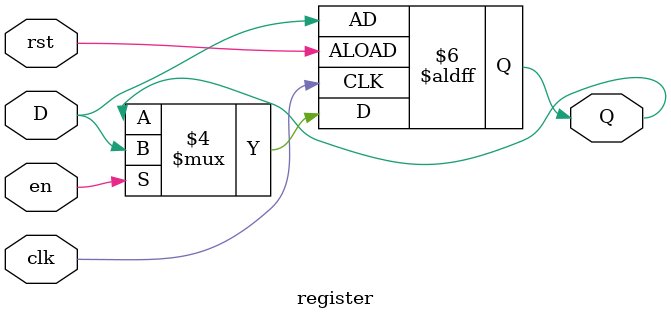
<source format=sv>
`timescale 1ns / 1ps


module register #(parameter N=1)(
    input clk, rst, en,
    input [N-1:0] D,
    output reg [N-1:0] Q
    );
    
    always @(posedge clk, posedge rst)
    begin
        if (rst==1)
            Q <= D;
        else if (en==1)
            Q <= D;
    end
endmodule

</source>
